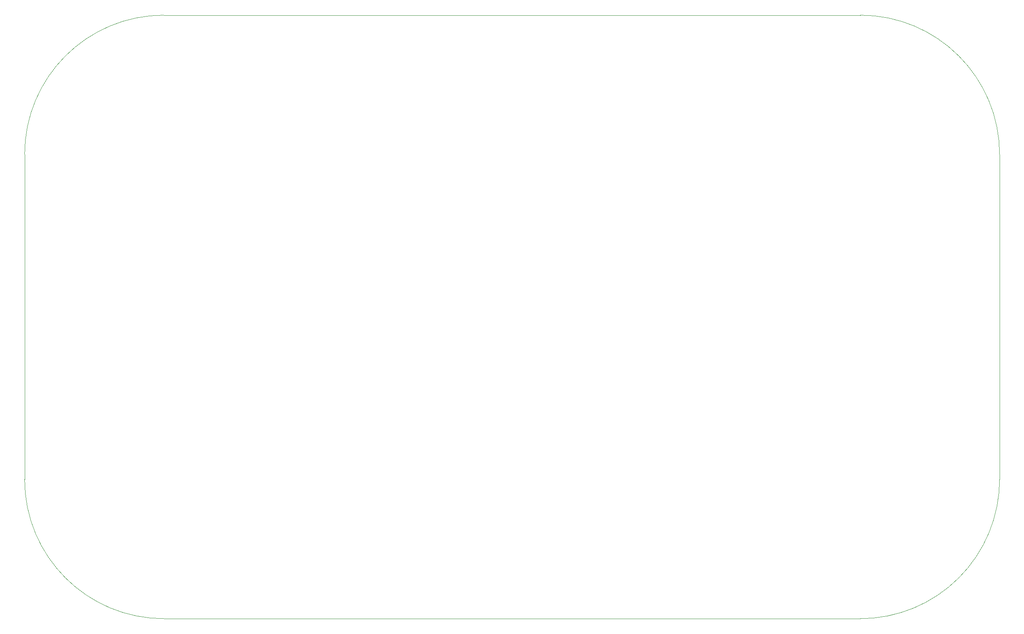
<source format=gbr>
%TF.GenerationSoftware,KiCad,Pcbnew,7.0.10*%
%TF.CreationDate,2024-01-21T00:45:49+00:00*%
%TF.ProjectId,buran,62757261-6e2e-46b6-9963-61645f706362,rev?*%
%TF.SameCoordinates,Original*%
%TF.FileFunction,Profile,NP*%
%FSLAX46Y46*%
G04 Gerber Fmt 4.6, Leading zero omitted, Abs format (unit mm)*
G04 Created by KiCad (PCBNEW 7.0.10) date 2024-01-21 00:45:49*
%MOMM*%
%LPD*%
G01*
G04 APERTURE LIST*
%TA.AperFunction,Profile*%
%ADD10C,0.100000*%
%TD*%
G04 APERTURE END LIST*
D10*
X20000000Y-120000000D02*
G75*
G03*
X50000000Y-150000000I30000000J0D01*
G01*
X50000000Y-20000000D02*
G75*
G03*
X20000000Y-50000000I0J-30000000D01*
G01*
X50000000Y-150000000D02*
X200000000Y-150000000D01*
X200000000Y-150000000D02*
G75*
G03*
X230000000Y-120000000I0J30000000D01*
G01*
X230000000Y-50000000D02*
G75*
G03*
X200000000Y-20000000I-30000000J0D01*
G01*
X20000000Y-120000000D02*
X20000000Y-50000000D01*
X230000000Y-50000000D02*
X230000000Y-120000000D01*
X50000000Y-20000000D02*
X200000000Y-20000000D01*
M02*

</source>
